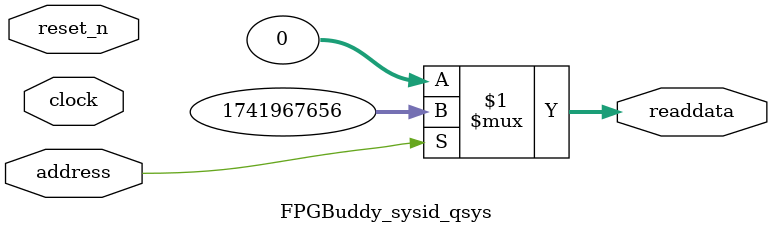
<source format=v>



// synthesis translate_off
`timescale 1ns / 1ps
// synthesis translate_on

// turn off superfluous verilog processor warnings 
// altera message_level Level1 
// altera message_off 10034 10035 10036 10037 10230 10240 10030 

module FPGBuddy_sysid_qsys (
               // inputs:
                address,
                clock,
                reset_n,

               // outputs:
                readdata
             )
;

  output  [ 31: 0] readdata;
  input            address;
  input            clock;
  input            reset_n;

  wire    [ 31: 0] readdata;
  //control_slave, which is an e_avalon_slave
  assign readdata = address ? 1741967656 : 0;

endmodule



</source>
